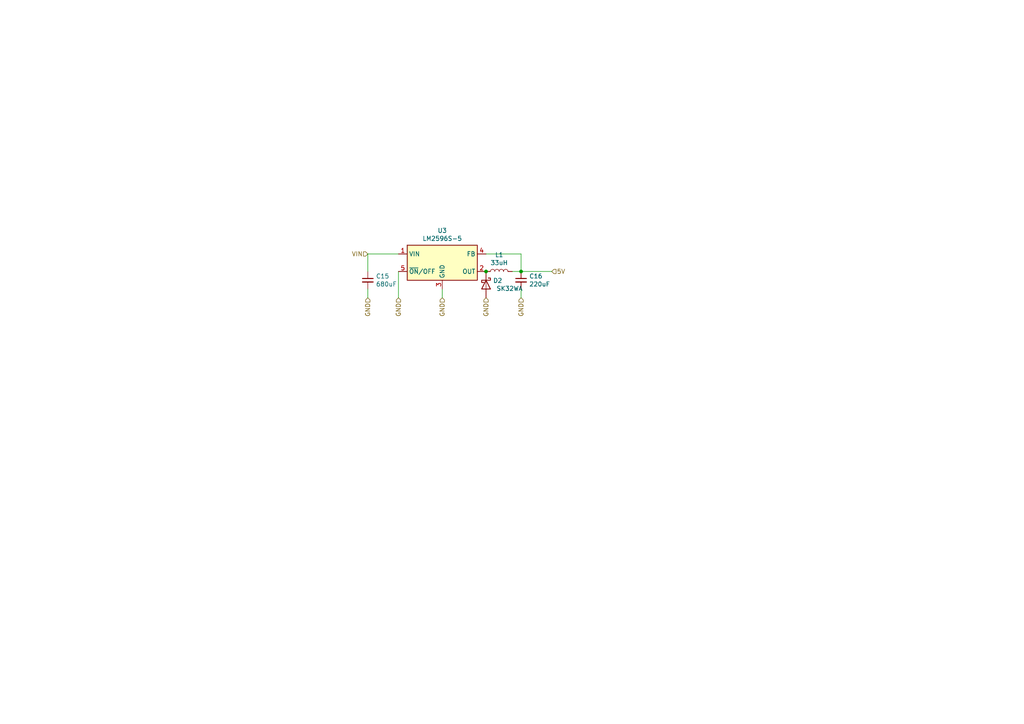
<source format=kicad_sch>
(kicad_sch (version 20231120) (generator "eeschema") (generator_version "8.0")
  (paper "A4")
  (lib_symbols
    (symbol "Device:C_Small" (pin_numbers hide) (pin_names (offset 0.254) hide)
      (property "Reference" "C" (at 0.254 1.778 0))
      (property "Value" "C_Small" (at 0.254 -2.032 0))
      (symbol "C_Small_0_1"
        (polyline (pts (xy -1.524 -0.508) (xy 1.524 -0.508)) (stroke (width 0.3302)))
        (polyline (pts (xy -1.524 0.508) (xy 1.524 0.508)) (stroke (width 0.3048)))
      )
      (symbol "C_Small_1_1"
        (pin passive line (at 0 2.54 270) (length 2.032) (name "~") (number "1"))
        (pin passive line (at 0 -2.54 90) (length 2.032) (name "~") (number "2"))
      )
    )
    (symbol "Device:D_Schottky" (pin_numbers hide) (pin_names (offset 1.016) hide)
      (property "Reference" "D" (at 0 2.54 0))
      (property "Value" "D_Schottky" (at 0 -2.54 0))
      (symbol "D_Schottky_0_1"
        (polyline (pts (xy 1.27 0) (xy -1.27 0)))
        (polyline (pts (xy 1.27 1.27) (xy 1.27 -1.27) (xy -1.27 0) (xy 1.27 1.27)) (stroke (width 0.254)))
        (polyline (pts (xy -1.905 0.635) (xy -1.905 1.27) (xy -1.27 1.27) (xy -1.27 -1.27) (xy -0.635 -1.27) (xy -0.635 -0.635)) (stroke (width 0.254)))
      )
      (symbol "D_Schottky_1_1"
        (pin passive line (at -3.81 0 0) (length 2.54) (name "K") (number "1"))
        (pin passive line (at 3.81 0 180) (length 2.54) (name "A") (number "2"))
      )
    )
    (symbol "Device:L" (pin_numbers hide) (pin_names (offset 1.016) hide)
      (property "Reference" "L" (at -1.27 0 90))
      (property "Value" "L" (at 1.905 0 90))
      (symbol "L_0_1"
        (arc (start 0 -2.54) (mid 0.6323 -1.905) (end 0 -1.27))
        (arc (start 0 -1.27) (mid 0.6323 -0.635) (end 0 0))
        (arc (start 0 0) (mid 0.6323 0.635) (end 0 1.27))
        (arc (start 0 1.27) (mid 0.6323 1.905) (end 0 2.54))
      )
      (symbol "L_1_1"
        (pin passive line (at 0 3.81 270) (length 1.27) (name "1") (number "1"))
        (pin passive line (at 0 -3.81 90) (length 1.27) (name "2") (number "2"))
      )
    )
    (symbol "Regulator_Switching:LM2596S-5"
      (property "Reference" "U" (at -10.16 6.35 0))
      (property "Value" "LM2596S-5" (at 0 6.35 0))
      (symbol "LM2596S-5_0_1"
        (rectangle (start -10.16 5.08) (end 10.16 -5.08) (stroke (width 0.254)) (fill (type background)))
      )
      (symbol "LM2596S-5_1_1"
        (pin power_in line (at -12.7 2.54 0) (length 2.54) (name "VIN") (number "1"))
        (pin output line (at 12.7 -2.54 180) (length 2.54) (name "OUT") (number "2"))
        (pin power_in line (at 0 -7.62 90) (length 2.54) (name "GND") (number "3"))
        (pin input line (at 12.7 2.54 180) (length 2.54) (name "FB") (number "4"))
        (pin input line (at -12.7 -2.54 0) (length 2.54) (name "~{ON}/OFF") (number "5"))
      )
    )
  )
  (junction (at 140.97 78.74))
  (junction (at 151.13 78.74))
  (wire (pts (xy 106.68 86.36) (xy 106.68 83.82)))
  (wire (pts (xy 106.68 78.74) (xy 106.68 73.66)))
  (wire (pts (xy 115.57 78.74) (xy 115.57 86.36)))
  (wire (pts (xy 140.97 73.66) (xy 151.13 73.66)))
  (wire (pts (xy 151.13 83.82) (xy 151.13 86.36)))
  (wire (pts (xy 128.27 86.36) (xy 128.27 83.82)))
  (wire (pts (xy 151.13 78.74) (xy 160.02 78.74)))
  (wire (pts (xy 151.13 73.66) (xy 151.13 78.74)))
  (wire (pts (xy 106.68 73.66) (xy 115.57 73.66)))
  (wire (pts (xy 148.59 78.74) (xy 151.13 78.74)))
  (hierarchical_label "GND" (shape input) (at 106.68 86.36 270))
  (hierarchical_label "GND" (shape input) (at 128.27 86.36 270))
  (hierarchical_label "GND" (shape input) (at 140.97 86.36 270))
  (hierarchical_label "VIN" (shape input) (at 106.68 73.66 180))
  (hierarchical_label "GND" (shape input) (at 151.13 86.36 270))
  (hierarchical_label "5V" (shape input) (at 160.02 78.74 0))
  (hierarchical_label "GND" (shape input) (at 115.57 86.36 270))
  (symbol (lib_id "Regulator_Switching:LM2596S-5") (at 128.27 76.2 0) (unit 1)
    (property "Reference" "U3" (at 128.27 66.8782 0))
    (property "Value" "LM2596S-5" (at 128.27 69.1896 0))
    (property "Footprint" "Package_TO_SOT_SMD:TO-263-5_TabPin3" (effects (hide yes)))
    (property "Datasheet" "http://www.ti.com/lit/ds/symlink/lm2596.pdf" (effects (hide yes)))
    (property "LCSC" "C347421" (effects (hide yes)))
  )
  (symbol (lib_id "Device:C_Small") (at 106.68 81.28 0) (unit 1)
    (property "Reference" "C15" (at 109.0168 80.1116 0) (effects (justify left)))
    (property "Value" "680uF" (at 109.0168 82.423 0) (effects (justify left)))
    (property "Footprint" "Capacitor_SMD:CP_Elec_10x10.5" (effects (hide yes)))
    (property "LCSC" "C2980172" (effects (hide yes)))
  )
  (symbol (lib_id "Device:C_Small") (at 151.13 81.28 0) (unit 1)
    (property "Reference" "C16" (at 153.4668 80.1116 0) (effects (justify left)))
    (property "Value" "220uF" (at 153.4668 82.423 0) (effects (justify left)))
    (property "Footprint" "Capacitor_Tantalum_SMD:CP_EIA-7343-31_Kemet-D" (effects (hide yes)))
    (property "LCSC" " C8024" (effects (hide yes)))
  )
  (symbol (lib_id "Device:D_Schottky") (at 140.97 82.55 270) (unit 1)
    (property "Reference" "D2" (at 143.002 81.3816 90) (effects (justify left)))
    (property "Value" " SK32WA" (at 143.002 83.693 90) (effects (justify left)))
    (property "Footprint" "Diode_SMD:D_SOD-123" (effects (hide yes)))
    (property "LCSC" "C183472" (effects (hide yes)))
  )
  (symbol (lib_id "Device:L") (at 144.78 78.74 90) (unit 1)
    (property "Reference" "L1" (at 144.78 73.914 90))
    (property "Value" "33uH" (at 144.78 76.2254 90))
    (property "Footprint" "Inductor_SMD:L_12x12mm_H8mm" (effects (hide yes)))
    (property "LCSC" "C339951" (effects (hide yes)))
  )
)
</source>
